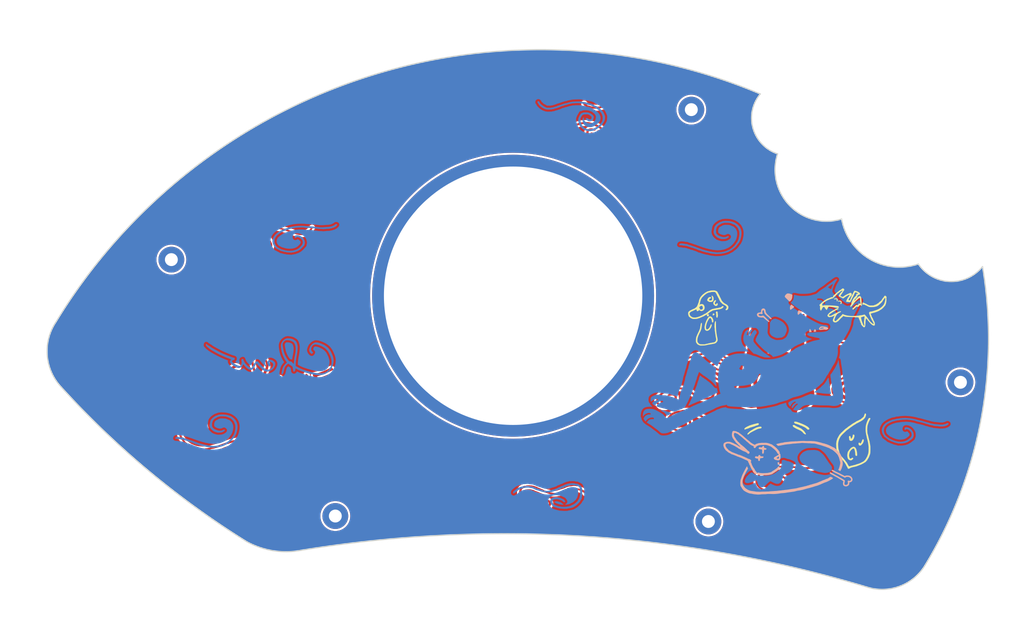
<source format=kicad_pcb>
(kicad_pcb (version 20240108) (generator "pcbnew") (generator_version "8.0")
  (layers (0 "F.Cu" signal) (31 "B.Cu" signal) (34 "B.Paste" user) (35 "F.Paste" user) (36 "B.SilkS" user "B.Silkscreen") (37 "F.SilkS" user "F.Silkscreen") (38 "B.Mask" user) (39 "F.Mask" user) (44 "Edge.Cuts" user))
  (net 0 "")
  (net 1 "gnd")
  (footprint "LOGO" (layer "F.Cu") (at 158.905638 131.156047 10)
    (property "Reference" "G***" (hide yes))
    (property "Value" "LOGO" (hide yes))
  )
  (footprint "LOGO" (layer "F.Cu") (at 53.99593 84.182443)
    (property "Reference" "G***" (hide yes))
    (property "Value" "LOGO" (hide yes))
  )
  (footprint "" (layer "F.Cu") (at 141.72 132.7)
    (property "Reference" "")
    (property "Value" "")
  )
  (footprint "" (layer "F.Cu") (at 50.27 88.11)
    (property "Reference" "")
    (property "Value" "")
  )
  (footprint "LOGO" (layer "F.Cu") (at 69.805105 107.882667 10)
    (property "Reference" "G***" (hide yes))
    (property "Value" "LOGO" (hide yes))
  )
  (footprint "LOGO" (layer "F.Cu") (at 142.068586 55.731667)
    (property "Reference" "G***" (hide yes))
    (property "Value" "LOGO" (hide yes))
  )
  (footprint "LOGO" (layer "F.Cu") (at 101.94 134.14)
    (property "Reference" "G***" (hide yes))
    (property "Value" "LOGO" (hide yes))
  )
  (footprint "" (layer "F.Cu") (at 138.81 62.57)
    (property "Reference" "")
    (property "Value" "")
  )
  (footprint "LOGO" (layer "F.Cu") (at 153.79 109.17)
    (property "Reference" "G***" (hide yes))
    (property "Value" "LOGO" (hide yes))
  )
  (footprint "LOGO" (layer "F.Cu") (at 56 121.5 180)
    (property "Reference" "G***" (hide yes))
    (property "Value" "LOGO" (hide yes))
  )
  (footprint "" (layer "F.Cu") (at 108.465045 94.259561)
    (property "Reference" "")
    (property "Value" "")
  )
  (footprint "" (layer "F.Cu") (at 184.64 109)
    (property "Reference" "")
    (property "Value" "")
  )
  (footprint "LOGO" (layer "F.Cu") (at 93.021075 53.311208)
    (property "Reference" "G***" (hide yes))
    (property "Value" "LOGO" (hide yes))
  )
  (footprint "" (layer "F.Cu") (at 78.188929 131.772173)
    (property "Reference" "")
    (property "Value" "")
  )
  (footprint "LOGO" (layer "B.Cu") (at 132.992809 62.815529 180)
    (property "Reference" "G***" (hide yes))
    (property "Value" "LOGO" (hide yes))
  )
  (footprint "LOGO" (layer "B.Cu") (at 155.48 122.47 -178)
    (property "Reference" "G***" (hide yes))
    (property "Value" "LOGO" (hide yes))
  )
  (footprint "LOGO" (layer "B.Cu") (at 67.978925 68.311208 180)
    (property "Reference" "G***" (hide yes))
    (property "Value" "LOGO" (hide yes))
  )
  (footprint "LOGO" (layer "B.Cu") (at 67 104 165)
    (property "Reference" "G***" (hide yes))
    (property "Value" "LOGO" (hide yes))
  )
  (footprint "LOGO" (layer "B.Cu") (at 57 120.5)
    (property "Reference" "G***" (hide yes))
    (property "Value" "LOGO" (hide yes))
  )
  (footprint "LOGO" (layer "B.Cu") (at 142.82 87.54)
    (property "Reference" "G***" (hide yes))
    (property "Value" "LOGO" (hide yes))
  )
  (footprint "LOGO" (layer "B.Cu") (at 150.21 104.56 180)
    (property "Reference" "G***" (hide yes))
    (property "Value" "LOGO" (hide yes))
  )
  (footprint "LOGO" (layer "B.Cu") (at 174.648179 100.617439 170)
    (property "Reference" "G***" (hide yes))
    (property "Value" "LOGO" (hide yes))
  )
  (footprint "LOGO" (layer "B.Cu") (at 127.779307 133.788069 180)
    (property "Reference" "G***" (hide yes))
    (property "Value" "LOGO" (hide yes))
  )
  (gr_arc (start 31.54 109.82) (mid 29.139107 104.441157) (end 30.62 98.74) (stroke (width 0.2)) (layer "Edge.Cuts"))
  (gr_arc (start 164.4 81.2) (mid 155.585268 78.954106) (end 153.5 70.1) (stroke (width 0.2)) (layer "Edge.Cuts"))
  (gr_arc (start 188.4 89.3) (mid 188.097567 115.544927) (end 178.67 140.04) (stroke (width 0.2)) (layer "Edge.Cuts"))
  (gr_arc (start 178.67 140.04) (mid 174.418328 143.675159) (end 168.828863 143.896452) (stroke (width 0.2)) (layer "Edge.Cuts"))
  (gr_arc (start 177.46 88.86) (mid 169.172585 88.026325) (end 164.4 81.2) (stroke (width 0.2)) (layer "Edge.Cuts"))
  (gr_arc (start 63.05 136.1) (mid 46.384788 124.051354) (end 31.54 109.82) (stroke (width 0.2)) (layer "Edge.Cuts"))
  (gr_arc (start 72.33 137.61) (mid 120.93861 135.239735) (end 168.828863 143.896452) (stroke (width 0.2)) (layer "Edge.Cuts"))
  (gr_arc (start 30.62 98.74) (mid 83.375574 57.058765) (end 150.55 59.9) (stroke (width 0.2)) (layer "Edge.Cuts"))
  (gr_arc (start 72.33 137.61) (mid 67.557893 137.66689) (end 63.05 136.1) (stroke (width 0.2)) (layer "Edge.Cuts"))
  (gr_arc (start 188.4 89.3) (mid 182.818971 91.840574) (end 177.46 88.86) (stroke (width 0.2)) (layer "Edge.Cuts"))
  (gr_arc (start 153.5 70.1) (mid 149.318606 65.782731) (end 150.55 59.9) (stroke (width 0.2)) (layer "Edge.Cuts"))
  (zone (net 1) (net_name "gnd") (layers "F&B.Cu") (connect_pads (clearance 0.35)) (min_thickness 0.127) (fill yes (thermal_gap 0.2) (thermal_bridge_width 0.2) (island_removal_mode 2) (island_area_min 20))
    (polygon (pts (xy 195.47 149.63) (xy 21.09 149.63) (xy 21.09 43.9) (xy 195.47 43.9)))
  )
)
</source>
